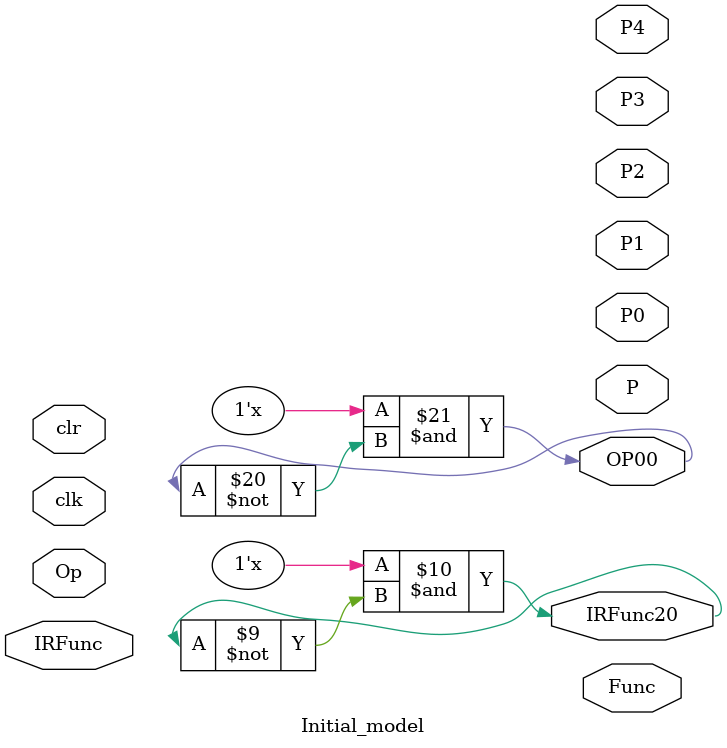
<source format=v>
module Initial_model(clr,clk,P0,P1,P2,P3,P4,P,Op,IRFunc,Func,IRFunc20,OP00);
input clr,clk;
output P0;
output P1;
output P2;
output P3;
output P4;
output P;
input [5:0]Op;
input [5:0]IRFunc;
output [5:0]Func;
output IRFunc20;
output OP00;

assign IRFunc20=IRFunc20[5]&~IRFunc20[4]&~IRFunc20[3]&~IRFunc20[2]&~IRFunc20[1]&~IRFunc20[0];
assign OP00=~OP00[5]&~OP00[4]&~OP00[3]&~OP00[2]&~OP00[1]&~OP00[0];
endmodule

</source>
